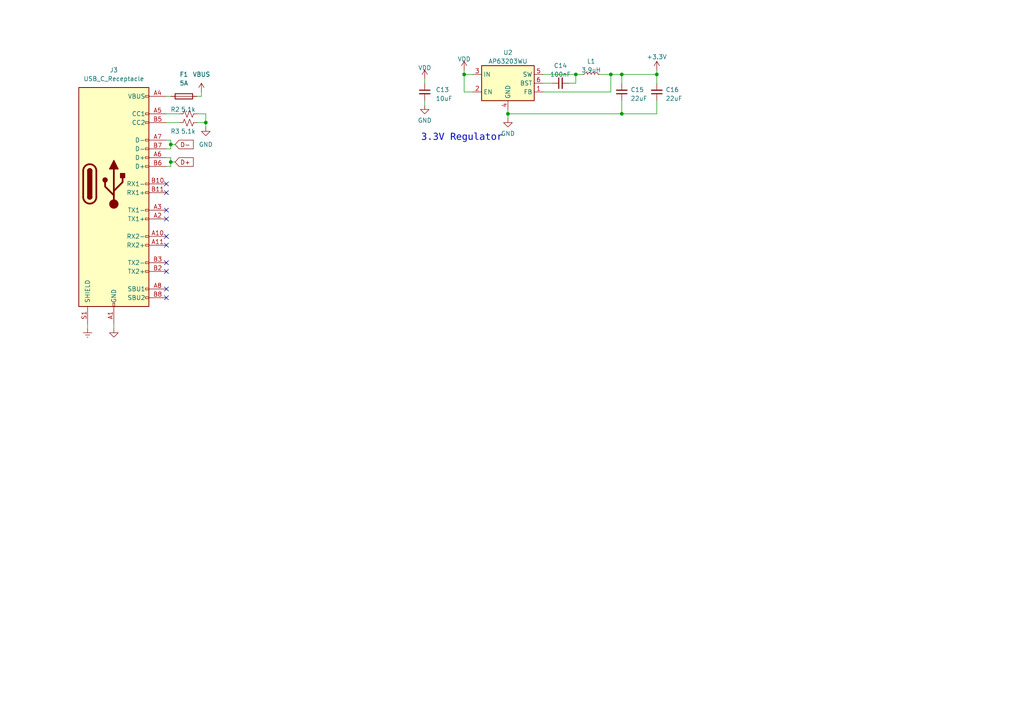
<source format=kicad_sch>
(kicad_sch (version 20230121) (generator eeschema)

  (uuid 3563bbf7-ace0-4275-b69e-419c73ee74dd)

  (paper "A4")

  (lib_symbols
    (symbol "Connector:USB_C_Receptacle" (pin_names (offset 1.016)) (in_bom yes) (on_board yes)
      (property "Reference" "J" (at -10.16 29.21 0)
        (effects (font (size 1.27 1.27)) (justify left))
      )
      (property "Value" "USB_C_Receptacle" (at 10.16 29.21 0)
        (effects (font (size 1.27 1.27)) (justify right))
      )
      (property "Footprint" "" (at 3.81 0 0)
        (effects (font (size 1.27 1.27)) hide)
      )
      (property "Datasheet" "https://www.usb.org/sites/default/files/documents/usb_type-c.zip" (at 3.81 0 0)
        (effects (font (size 1.27 1.27)) hide)
      )
      (property "ki_keywords" "usb universal serial bus type-C full-featured" (at 0 0 0)
        (effects (font (size 1.27 1.27)) hide)
      )
      (property "ki_description" "USB Full-Featured Type-C Receptacle connector" (at 0 0 0)
        (effects (font (size 1.27 1.27)) hide)
      )
      (property "ki_fp_filters" "USB*C*Receptacle*" (at 0 0 0)
        (effects (font (size 1.27 1.27)) hide)
      )
      (symbol "USB_C_Receptacle_0_0"
        (rectangle (start -0.254 -35.56) (end 0.254 -34.544)
          (stroke (width 0) (type default))
          (fill (type none))
        )
        (rectangle (start 10.16 -32.766) (end 9.144 -33.274)
          (stroke (width 0) (type default))
          (fill (type none))
        )
        (rectangle (start 10.16 -30.226) (end 9.144 -30.734)
          (stroke (width 0) (type default))
          (fill (type none))
        )
        (rectangle (start 10.16 -25.146) (end 9.144 -25.654)
          (stroke (width 0) (type default))
          (fill (type none))
        )
        (rectangle (start 10.16 -22.606) (end 9.144 -23.114)
          (stroke (width 0) (type default))
          (fill (type none))
        )
        (rectangle (start 10.16 -17.526) (end 9.144 -18.034)
          (stroke (width 0) (type default))
          (fill (type none))
        )
        (rectangle (start 10.16 -14.986) (end 9.144 -15.494)
          (stroke (width 0) (type default))
          (fill (type none))
        )
        (rectangle (start 10.16 -9.906) (end 9.144 -10.414)
          (stroke (width 0) (type default))
          (fill (type none))
        )
        (rectangle (start 10.16 -7.366) (end 9.144 -7.874)
          (stroke (width 0) (type default))
          (fill (type none))
        )
        (rectangle (start 10.16 -2.286) (end 9.144 -2.794)
          (stroke (width 0) (type default))
          (fill (type none))
        )
        (rectangle (start 10.16 0.254) (end 9.144 -0.254)
          (stroke (width 0) (type default))
          (fill (type none))
        )
        (rectangle (start 10.16 5.334) (end 9.144 4.826)
          (stroke (width 0) (type default))
          (fill (type none))
        )
        (rectangle (start 10.16 7.874) (end 9.144 7.366)
          (stroke (width 0) (type default))
          (fill (type none))
        )
        (rectangle (start 10.16 10.414) (end 9.144 9.906)
          (stroke (width 0) (type default))
          (fill (type none))
        )
        (rectangle (start 10.16 12.954) (end 9.144 12.446)
          (stroke (width 0) (type default))
          (fill (type none))
        )
        (rectangle (start 10.16 18.034) (end 9.144 17.526)
          (stroke (width 0) (type default))
          (fill (type none))
        )
        (rectangle (start 10.16 20.574) (end 9.144 20.066)
          (stroke (width 0) (type default))
          (fill (type none))
        )
        (rectangle (start 10.16 25.654) (end 9.144 25.146)
          (stroke (width 0) (type default))
          (fill (type none))
        )
      )
      (symbol "USB_C_Receptacle_0_1"
        (rectangle (start -10.16 27.94) (end 10.16 -35.56)
          (stroke (width 0.254) (type default))
          (fill (type background))
        )
        (arc (start -8.89 -3.81) (mid -6.985 -5.7067) (end -5.08 -3.81)
          (stroke (width 0.508) (type default))
          (fill (type none))
        )
        (arc (start -7.62 -3.81) (mid -6.985 -4.4423) (end -6.35 -3.81)
          (stroke (width 0.254) (type default))
          (fill (type none))
        )
        (arc (start -7.62 -3.81) (mid -6.985 -4.4423) (end -6.35 -3.81)
          (stroke (width 0.254) (type default))
          (fill (type outline))
        )
        (rectangle (start -7.62 -3.81) (end -6.35 3.81)
          (stroke (width 0.254) (type default))
          (fill (type outline))
        )
        (arc (start -6.35 3.81) (mid -6.985 4.4423) (end -7.62 3.81)
          (stroke (width 0.254) (type default))
          (fill (type none))
        )
        (arc (start -6.35 3.81) (mid -6.985 4.4423) (end -7.62 3.81)
          (stroke (width 0.254) (type default))
          (fill (type outline))
        )
        (arc (start -5.08 3.81) (mid -6.985 5.7067) (end -8.89 3.81)
          (stroke (width 0.508) (type default))
          (fill (type none))
        )
        (polyline
          (pts
            (xy -8.89 -3.81)
            (xy -8.89 3.81)
          )
          (stroke (width 0.508) (type default))
          (fill (type none))
        )
        (polyline
          (pts
            (xy -5.08 3.81)
            (xy -5.08 -3.81)
          )
          (stroke (width 0.508) (type default))
          (fill (type none))
        )
      )
      (symbol "USB_C_Receptacle_1_1"
        (circle (center -2.54 1.143) (radius 0.635)
          (stroke (width 0.254) (type default))
          (fill (type outline))
        )
        (circle (center 0 -5.842) (radius 1.27)
          (stroke (width 0) (type default))
          (fill (type outline))
        )
        (polyline
          (pts
            (xy 0 -5.842)
            (xy 0 4.318)
          )
          (stroke (width 0.508) (type default))
          (fill (type none))
        )
        (polyline
          (pts
            (xy 0 -3.302)
            (xy -2.54 -0.762)
            (xy -2.54 0.508)
          )
          (stroke (width 0.508) (type default))
          (fill (type none))
        )
        (polyline
          (pts
            (xy 0 -2.032)
            (xy 2.54 0.508)
            (xy 2.54 1.778)
          )
          (stroke (width 0.508) (type default))
          (fill (type none))
        )
        (polyline
          (pts
            (xy -1.27 4.318)
            (xy 0 6.858)
            (xy 1.27 4.318)
            (xy -1.27 4.318)
          )
          (stroke (width 0.254) (type default))
          (fill (type outline))
        )
        (rectangle (start 1.905 1.778) (end 3.175 3.048)
          (stroke (width 0.254) (type default))
          (fill (type outline))
        )
        (pin passive line (at 0 -40.64 90) (length 5.08)
          (name "GND" (effects (font (size 1.27 1.27))))
          (number "A1" (effects (font (size 1.27 1.27))))
        )
        (pin bidirectional line (at 15.24 -15.24 180) (length 5.08)
          (name "RX2-" (effects (font (size 1.27 1.27))))
          (number "A10" (effects (font (size 1.27 1.27))))
        )
        (pin bidirectional line (at 15.24 -17.78 180) (length 5.08)
          (name "RX2+" (effects (font (size 1.27 1.27))))
          (number "A11" (effects (font (size 1.27 1.27))))
        )
        (pin passive line (at 0 -40.64 90) (length 5.08) hide
          (name "GND" (effects (font (size 1.27 1.27))))
          (number "A12" (effects (font (size 1.27 1.27))))
        )
        (pin bidirectional line (at 15.24 -10.16 180) (length 5.08)
          (name "TX1+" (effects (font (size 1.27 1.27))))
          (number "A2" (effects (font (size 1.27 1.27))))
        )
        (pin bidirectional line (at 15.24 -7.62 180) (length 5.08)
          (name "TX1-" (effects (font (size 1.27 1.27))))
          (number "A3" (effects (font (size 1.27 1.27))))
        )
        (pin passive line (at 15.24 25.4 180) (length 5.08)
          (name "VBUS" (effects (font (size 1.27 1.27))))
          (number "A4" (effects (font (size 1.27 1.27))))
        )
        (pin bidirectional line (at 15.24 20.32 180) (length 5.08)
          (name "CC1" (effects (font (size 1.27 1.27))))
          (number "A5" (effects (font (size 1.27 1.27))))
        )
        (pin bidirectional line (at 15.24 7.62 180) (length 5.08)
          (name "D+" (effects (font (size 1.27 1.27))))
          (number "A6" (effects (font (size 1.27 1.27))))
        )
        (pin bidirectional line (at 15.24 12.7 180) (length 5.08)
          (name "D-" (effects (font (size 1.27 1.27))))
          (number "A7" (effects (font (size 1.27 1.27))))
        )
        (pin bidirectional line (at 15.24 -30.48 180) (length 5.08)
          (name "SBU1" (effects (font (size 1.27 1.27))))
          (number "A8" (effects (font (size 1.27 1.27))))
        )
        (pin passive line (at 15.24 25.4 180) (length 5.08) hide
          (name "VBUS" (effects (font (size 1.27 1.27))))
          (number "A9" (effects (font (size 1.27 1.27))))
        )
        (pin passive line (at 0 -40.64 90) (length 5.08) hide
          (name "GND" (effects (font (size 1.27 1.27))))
          (number "B1" (effects (font (size 1.27 1.27))))
        )
        (pin bidirectional line (at 15.24 0 180) (length 5.08)
          (name "RX1-" (effects (font (size 1.27 1.27))))
          (number "B10" (effects (font (size 1.27 1.27))))
        )
        (pin bidirectional line (at 15.24 -2.54 180) (length 5.08)
          (name "RX1+" (effects (font (size 1.27 1.27))))
          (number "B11" (effects (font (size 1.27 1.27))))
        )
        (pin passive line (at 0 -40.64 90) (length 5.08) hide
          (name "GND" (effects (font (size 1.27 1.27))))
          (number "B12" (effects (font (size 1.27 1.27))))
        )
        (pin bidirectional line (at 15.24 -25.4 180) (length 5.08)
          (name "TX2+" (effects (font (size 1.27 1.27))))
          (number "B2" (effects (font (size 1.27 1.27))))
        )
        (pin bidirectional line (at 15.24 -22.86 180) (length 5.08)
          (name "TX2-" (effects (font (size 1.27 1.27))))
          (number "B3" (effects (font (size 1.27 1.27))))
        )
        (pin passive line (at 15.24 25.4 180) (length 5.08) hide
          (name "VBUS" (effects (font (size 1.27 1.27))))
          (number "B4" (effects (font (size 1.27 1.27))))
        )
        (pin bidirectional line (at 15.24 17.78 180) (length 5.08)
          (name "CC2" (effects (font (size 1.27 1.27))))
          (number "B5" (effects (font (size 1.27 1.27))))
        )
        (pin bidirectional line (at 15.24 5.08 180) (length 5.08)
          (name "D+" (effects (font (size 1.27 1.27))))
          (number "B6" (effects (font (size 1.27 1.27))))
        )
        (pin bidirectional line (at 15.24 10.16 180) (length 5.08)
          (name "D-" (effects (font (size 1.27 1.27))))
          (number "B7" (effects (font (size 1.27 1.27))))
        )
        (pin bidirectional line (at 15.24 -33.02 180) (length 5.08)
          (name "SBU2" (effects (font (size 1.27 1.27))))
          (number "B8" (effects (font (size 1.27 1.27))))
        )
        (pin passive line (at 15.24 25.4 180) (length 5.08) hide
          (name "VBUS" (effects (font (size 1.27 1.27))))
          (number "B9" (effects (font (size 1.27 1.27))))
        )
        (pin passive line (at -7.62 -40.64 90) (length 5.08)
          (name "SHIELD" (effects (font (size 1.27 1.27))))
          (number "S1" (effects (font (size 1.27 1.27))))
        )
      )
    )
    (symbol "Device:C_Small" (pin_numbers hide) (pin_names (offset 0.254) hide) (in_bom yes) (on_board yes)
      (property "Reference" "C" (at 0.254 1.778 0)
        (effects (font (size 1.27 1.27)) (justify left))
      )
      (property "Value" "C_Small" (at 0.254 -2.032 0)
        (effects (font (size 1.27 1.27)) (justify left))
      )
      (property "Footprint" "" (at 0 0 0)
        (effects (font (size 1.27 1.27)) hide)
      )
      (property "Datasheet" "~" (at 0 0 0)
        (effects (font (size 1.27 1.27)) hide)
      )
      (property "ki_keywords" "capacitor cap" (at 0 0 0)
        (effects (font (size 1.27 1.27)) hide)
      )
      (property "ki_description" "Unpolarized capacitor, small symbol" (at 0 0 0)
        (effects (font (size 1.27 1.27)) hide)
      )
      (property "ki_fp_filters" "C_*" (at 0 0 0)
        (effects (font (size 1.27 1.27)) hide)
      )
      (symbol "C_Small_0_1"
        (polyline
          (pts
            (xy -1.524 -0.508)
            (xy 1.524 -0.508)
          )
          (stroke (width 0.3302) (type default))
          (fill (type none))
        )
        (polyline
          (pts
            (xy -1.524 0.508)
            (xy 1.524 0.508)
          )
          (stroke (width 0.3048) (type default))
          (fill (type none))
        )
      )
      (symbol "C_Small_1_1"
        (pin passive line (at 0 2.54 270) (length 2.032)
          (name "~" (effects (font (size 1.27 1.27))))
          (number "1" (effects (font (size 1.27 1.27))))
        )
        (pin passive line (at 0 -2.54 90) (length 2.032)
          (name "~" (effects (font (size 1.27 1.27))))
          (number "2" (effects (font (size 1.27 1.27))))
        )
      )
    )
    (symbol "Device:Fuse" (pin_numbers hide) (pin_names (offset 0)) (in_bom yes) (on_board yes)
      (property "Reference" "F" (at 2.032 0 90)
        (effects (font (size 1.27 1.27)))
      )
      (property "Value" "Fuse" (at -1.905 0 90)
        (effects (font (size 1.27 1.27)))
      )
      (property "Footprint" "" (at -1.778 0 90)
        (effects (font (size 1.27 1.27)) hide)
      )
      (property "Datasheet" "~" (at 0 0 0)
        (effects (font (size 1.27 1.27)) hide)
      )
      (property "ki_keywords" "fuse" (at 0 0 0)
        (effects (font (size 1.27 1.27)) hide)
      )
      (property "ki_description" "Fuse" (at 0 0 0)
        (effects (font (size 1.27 1.27)) hide)
      )
      (property "ki_fp_filters" "*Fuse*" (at 0 0 0)
        (effects (font (size 1.27 1.27)) hide)
      )
      (symbol "Fuse_0_1"
        (rectangle (start -0.762 -2.54) (end 0.762 2.54)
          (stroke (width 0.254) (type default))
          (fill (type none))
        )
        (polyline
          (pts
            (xy 0 2.54)
            (xy 0 -2.54)
          )
          (stroke (width 0) (type default))
          (fill (type none))
        )
      )
      (symbol "Fuse_1_1"
        (pin passive line (at 0 3.81 270) (length 1.27)
          (name "~" (effects (font (size 1.27 1.27))))
          (number "1" (effects (font (size 1.27 1.27))))
        )
        (pin passive line (at 0 -3.81 90) (length 1.27)
          (name "~" (effects (font (size 1.27 1.27))))
          (number "2" (effects (font (size 1.27 1.27))))
        )
      )
    )
    (symbol "Device:L_Small" (pin_numbers hide) (pin_names (offset 0.254) hide) (in_bom yes) (on_board yes)
      (property "Reference" "L" (at 0.762 1.016 0)
        (effects (font (size 1.27 1.27)) (justify left))
      )
      (property "Value" "L_Small" (at 0.762 -1.016 0)
        (effects (font (size 1.27 1.27)) (justify left))
      )
      (property "Footprint" "" (at 0 0 0)
        (effects (font (size 1.27 1.27)) hide)
      )
      (property "Datasheet" "~" (at 0 0 0)
        (effects (font (size 1.27 1.27)) hide)
      )
      (property "ki_keywords" "inductor choke coil reactor magnetic" (at 0 0 0)
        (effects (font (size 1.27 1.27)) hide)
      )
      (property "ki_description" "Inductor, small symbol" (at 0 0 0)
        (effects (font (size 1.27 1.27)) hide)
      )
      (property "ki_fp_filters" "Choke_* *Coil* Inductor_* L_*" (at 0 0 0)
        (effects (font (size 1.27 1.27)) hide)
      )
      (symbol "L_Small_0_1"
        (arc (start 0 -2.032) (mid 0.5058 -1.524) (end 0 -1.016)
          (stroke (width 0) (type default))
          (fill (type none))
        )
        (arc (start 0 -1.016) (mid 0.5058 -0.508) (end 0 0)
          (stroke (width 0) (type default))
          (fill (type none))
        )
        (arc (start 0 0) (mid 0.5058 0.508) (end 0 1.016)
          (stroke (width 0) (type default))
          (fill (type none))
        )
        (arc (start 0 1.016) (mid 0.5058 1.524) (end 0 2.032)
          (stroke (width 0) (type default))
          (fill (type none))
        )
      )
      (symbol "L_Small_1_1"
        (pin passive line (at 0 2.54 270) (length 0.508)
          (name "~" (effects (font (size 1.27 1.27))))
          (number "1" (effects (font (size 1.27 1.27))))
        )
        (pin passive line (at 0 -2.54 90) (length 0.508)
          (name "~" (effects (font (size 1.27 1.27))))
          (number "2" (effects (font (size 1.27 1.27))))
        )
      )
    )
    (symbol "Device:R_Small_US" (pin_numbers hide) (pin_names (offset 0.254) hide) (in_bom yes) (on_board yes)
      (property "Reference" "R" (at 0.762 0.508 0)
        (effects (font (size 1.27 1.27)) (justify left))
      )
      (property "Value" "R_Small_US" (at 0.762 -1.016 0)
        (effects (font (size 1.27 1.27)) (justify left))
      )
      (property "Footprint" "" (at 0 0 0)
        (effects (font (size 1.27 1.27)) hide)
      )
      (property "Datasheet" "~" (at 0 0 0)
        (effects (font (size 1.27 1.27)) hide)
      )
      (property "ki_keywords" "r resistor" (at 0 0 0)
        (effects (font (size 1.27 1.27)) hide)
      )
      (property "ki_description" "Resistor, small US symbol" (at 0 0 0)
        (effects (font (size 1.27 1.27)) hide)
      )
      (property "ki_fp_filters" "R_*" (at 0 0 0)
        (effects (font (size 1.27 1.27)) hide)
      )
      (symbol "R_Small_US_1_1"
        (polyline
          (pts
            (xy 0 0)
            (xy 1.016 -0.381)
            (xy 0 -0.762)
            (xy -1.016 -1.143)
            (xy 0 -1.524)
          )
          (stroke (width 0) (type default))
          (fill (type none))
        )
        (polyline
          (pts
            (xy 0 1.524)
            (xy 1.016 1.143)
            (xy 0 0.762)
            (xy -1.016 0.381)
            (xy 0 0)
          )
          (stroke (width 0) (type default))
          (fill (type none))
        )
        (pin passive line (at 0 2.54 270) (length 1.016)
          (name "~" (effects (font (size 1.27 1.27))))
          (number "1" (effects (font (size 1.27 1.27))))
        )
        (pin passive line (at 0 -2.54 90) (length 1.016)
          (name "~" (effects (font (size 1.27 1.27))))
          (number "2" (effects (font (size 1.27 1.27))))
        )
      )
    )
    (symbol "Regulator_Switching:AP63203WU" (in_bom yes) (on_board yes)
      (property "Reference" "U" (at -7.62 6.35 0)
        (effects (font (size 1.27 1.27)))
      )
      (property "Value" "AP63203WU" (at 2.54 6.35 0)
        (effects (font (size 1.27 1.27)))
      )
      (property "Footprint" "Package_TO_SOT_SMD:TSOT-23-6" (at 0 -22.86 0)
        (effects (font (size 1.27 1.27)) hide)
      )
      (property "Datasheet" "https://www.diodes.com/assets/Datasheets/AP63200-AP63201-AP63203-AP63205.pdf" (at 0 0 0)
        (effects (font (size 1.27 1.27)) hide)
      )
      (property "ki_keywords" "2A Buck DC/DC" (at 0 0 0)
        (effects (font (size 1.27 1.27)) hide)
      )
      (property "ki_description" "2A, 1.1MHz Buck DC/DC Converter, fixed 3.3V output voltage, TSOT-23-6" (at 0 0 0)
        (effects (font (size 1.27 1.27)) hide)
      )
      (property "ki_fp_filters" "TSOT?23*" (at 0 0 0)
        (effects (font (size 1.27 1.27)) hide)
      )
      (symbol "AP63203WU_0_1"
        (rectangle (start -7.62 5.08) (end 7.62 -5.08)
          (stroke (width 0.254) (type default))
          (fill (type background))
        )
      )
      (symbol "AP63203WU_1_1"
        (pin input line (at 10.16 -2.54 180) (length 2.54)
          (name "FB" (effects (font (size 1.27 1.27))))
          (number "1" (effects (font (size 1.27 1.27))))
        )
        (pin input line (at -10.16 -2.54 0) (length 2.54)
          (name "EN" (effects (font (size 1.27 1.27))))
          (number "2" (effects (font (size 1.27 1.27))))
        )
        (pin power_in line (at -10.16 2.54 0) (length 2.54)
          (name "IN" (effects (font (size 1.27 1.27))))
          (number "3" (effects (font (size 1.27 1.27))))
        )
        (pin power_in line (at 0 -7.62 90) (length 2.54)
          (name "GND" (effects (font (size 1.27 1.27))))
          (number "4" (effects (font (size 1.27 1.27))))
        )
        (pin output line (at 10.16 2.54 180) (length 2.54)
          (name "SW" (effects (font (size 1.27 1.27))))
          (number "5" (effects (font (size 1.27 1.27))))
        )
        (pin passive line (at 10.16 0 180) (length 2.54)
          (name "BST" (effects (font (size 1.27 1.27))))
          (number "6" (effects (font (size 1.27 1.27))))
        )
      )
    )
    (symbol "power:+3.3V" (power) (pin_names (offset 0)) (in_bom yes) (on_board yes)
      (property "Reference" "#PWR" (at 0 -3.81 0)
        (effects (font (size 1.27 1.27)) hide)
      )
      (property "Value" "+3.3V" (at 0 3.556 0)
        (effects (font (size 1.27 1.27)))
      )
      (property "Footprint" "" (at 0 0 0)
        (effects (font (size 1.27 1.27)) hide)
      )
      (property "Datasheet" "" (at 0 0 0)
        (effects (font (size 1.27 1.27)) hide)
      )
      (property "ki_keywords" "global power" (at 0 0 0)
        (effects (font (size 1.27 1.27)) hide)
      )
      (property "ki_description" "Power symbol creates a global label with name \"+3.3V\"" (at 0 0 0)
        (effects (font (size 1.27 1.27)) hide)
      )
      (symbol "+3.3V_0_1"
        (polyline
          (pts
            (xy -0.762 1.27)
            (xy 0 2.54)
          )
          (stroke (width 0) (type default))
          (fill (type none))
        )
        (polyline
          (pts
            (xy 0 0)
            (xy 0 2.54)
          )
          (stroke (width 0) (type default))
          (fill (type none))
        )
        (polyline
          (pts
            (xy 0 2.54)
            (xy 0.762 1.27)
          )
          (stroke (width 0) (type default))
          (fill (type none))
        )
      )
      (symbol "+3.3V_1_1"
        (pin power_in line (at 0 0 90) (length 0) hide
          (name "+3.3V" (effects (font (size 1.27 1.27))))
          (number "1" (effects (font (size 1.27 1.27))))
        )
      )
    )
    (symbol "power:Earth" (power) (pin_names (offset 0)) (in_bom yes) (on_board yes)
      (property "Reference" "#PWR" (at 0 -6.35 0)
        (effects (font (size 1.27 1.27)) hide)
      )
      (property "Value" "Earth" (at 0 -3.81 0)
        (effects (font (size 1.27 1.27)) hide)
      )
      (property "Footprint" "" (at 0 0 0)
        (effects (font (size 1.27 1.27)) hide)
      )
      (property "Datasheet" "~" (at 0 0 0)
        (effects (font (size 1.27 1.27)) hide)
      )
      (property "ki_keywords" "global ground gnd" (at 0 0 0)
        (effects (font (size 1.27 1.27)) hide)
      )
      (property "ki_description" "Power symbol creates a global label with name \"Earth\"" (at 0 0 0)
        (effects (font (size 1.27 1.27)) hide)
      )
      (symbol "Earth_0_1"
        (polyline
          (pts
            (xy -0.635 -1.905)
            (xy 0.635 -1.905)
          )
          (stroke (width 0) (type default))
          (fill (type none))
        )
        (polyline
          (pts
            (xy -0.127 -2.54)
            (xy 0.127 -2.54)
          )
          (stroke (width 0) (type default))
          (fill (type none))
        )
        (polyline
          (pts
            (xy 0 -1.27)
            (xy 0 0)
          )
          (stroke (width 0) (type default))
          (fill (type none))
        )
        (polyline
          (pts
            (xy 1.27 -1.27)
            (xy -1.27 -1.27)
          )
          (stroke (width 0) (type default))
          (fill (type none))
        )
      )
      (symbol "Earth_1_1"
        (pin power_in line (at 0 0 270) (length 0) hide
          (name "Earth" (effects (font (size 1.27 1.27))))
          (number "1" (effects (font (size 1.27 1.27))))
        )
      )
    )
    (symbol "power:GND" (power) (pin_names (offset 0)) (in_bom yes) (on_board yes)
      (property "Reference" "#PWR" (at 0 -6.35 0)
        (effects (font (size 1.27 1.27)) hide)
      )
      (property "Value" "GND" (at 0 -3.81 0)
        (effects (font (size 1.27 1.27)))
      )
      (property "Footprint" "" (at 0 0 0)
        (effects (font (size 1.27 1.27)) hide)
      )
      (property "Datasheet" "" (at 0 0 0)
        (effects (font (size 1.27 1.27)) hide)
      )
      (property "ki_keywords" "global power" (at 0 0 0)
        (effects (font (size 1.27 1.27)) hide)
      )
      (property "ki_description" "Power symbol creates a global label with name \"GND\" , ground" (at 0 0 0)
        (effects (font (size 1.27 1.27)) hide)
      )
      (symbol "GND_0_1"
        (polyline
          (pts
            (xy 0 0)
            (xy 0 -1.27)
            (xy 1.27 -1.27)
            (xy 0 -2.54)
            (xy -1.27 -1.27)
            (xy 0 -1.27)
          )
          (stroke (width 0) (type default))
          (fill (type none))
        )
      )
      (symbol "GND_1_1"
        (pin power_in line (at 0 0 270) (length 0) hide
          (name "GND" (effects (font (size 1.27 1.27))))
          (number "1" (effects (font (size 1.27 1.27))))
        )
      )
    )
    (symbol "power:VBUS" (power) (pin_names (offset 0)) (in_bom yes) (on_board yes)
      (property "Reference" "#PWR" (at 0 -3.81 0)
        (effects (font (size 1.27 1.27)) hide)
      )
      (property "Value" "VBUS" (at 0 3.81 0)
        (effects (font (size 1.27 1.27)))
      )
      (property "Footprint" "" (at 0 0 0)
        (effects (font (size 1.27 1.27)) hide)
      )
      (property "Datasheet" "" (at 0 0 0)
        (effects (font (size 1.27 1.27)) hide)
      )
      (property "ki_keywords" "global power" (at 0 0 0)
        (effects (font (size 1.27 1.27)) hide)
      )
      (property "ki_description" "Power symbol creates a global label with name \"VBUS\"" (at 0 0 0)
        (effects (font (size 1.27 1.27)) hide)
      )
      (symbol "VBUS_0_1"
        (polyline
          (pts
            (xy -0.762 1.27)
            (xy 0 2.54)
          )
          (stroke (width 0) (type default))
          (fill (type none))
        )
        (polyline
          (pts
            (xy 0 0)
            (xy 0 2.54)
          )
          (stroke (width 0) (type default))
          (fill (type none))
        )
        (polyline
          (pts
            (xy 0 2.54)
            (xy 0.762 1.27)
          )
          (stroke (width 0) (type default))
          (fill (type none))
        )
      )
      (symbol "VBUS_1_1"
        (pin power_in line (at 0 0 90) (length 0) hide
          (name "VBUS" (effects (font (size 1.27 1.27))))
          (number "1" (effects (font (size 1.27 1.27))))
        )
      )
    )
    (symbol "power:VDD" (power) (pin_names (offset 0)) (in_bom yes) (on_board yes)
      (property "Reference" "#PWR" (at 0 -3.81 0)
        (effects (font (size 1.27 1.27)) hide)
      )
      (property "Value" "VDD" (at 0 3.81 0)
        (effects (font (size 1.27 1.27)))
      )
      (property "Footprint" "" (at 0 0 0)
        (effects (font (size 1.27 1.27)) hide)
      )
      (property "Datasheet" "" (at 0 0 0)
        (effects (font (size 1.27 1.27)) hide)
      )
      (property "ki_keywords" "global power" (at 0 0 0)
        (effects (font (size 1.27 1.27)) hide)
      )
      (property "ki_description" "Power symbol creates a global label with name \"VDD\"" (at 0 0 0)
        (effects (font (size 1.27 1.27)) hide)
      )
      (symbol "VDD_0_1"
        (polyline
          (pts
            (xy -0.762 1.27)
            (xy 0 2.54)
          )
          (stroke (width 0) (type default))
          (fill (type none))
        )
        (polyline
          (pts
            (xy 0 0)
            (xy 0 2.54)
          )
          (stroke (width 0) (type default))
          (fill (type none))
        )
        (polyline
          (pts
            (xy 0 2.54)
            (xy 0.762 1.27)
          )
          (stroke (width 0) (type default))
          (fill (type none))
        )
      )
      (symbol "VDD_1_1"
        (pin power_in line (at 0 0 90) (length 0) hide
          (name "VDD" (effects (font (size 1.27 1.27))))
          (number "1" (effects (font (size 1.27 1.27))))
        )
      )
    )
  )

  (junction (at 167.005 21.59) (diameter 0) (color 0 0 0 0)
    (uuid 03091ed3-47c8-4803-9839-45662a448fb6)
  )
  (junction (at 147.32 33.02) (diameter 0) (color 0 0 0 0)
    (uuid 059fc957-2617-4293-aa45-8233a8f4259e)
  )
  (junction (at 49.53 46.99) (diameter 0) (color 0 0 0 0)
    (uuid 5bdca1f7-b261-4767-924a-21a3264eef7b)
  )
  (junction (at 177.165 21.59) (diameter 0) (color 0 0 0 0)
    (uuid 63c3a99d-06ef-4def-82cf-73eb909c1e33)
  )
  (junction (at 49.53 41.91) (diameter 0) (color 0 0 0 0)
    (uuid 94a8ed74-860a-40e6-96f3-f958996690ee)
  )
  (junction (at 190.5 21.59) (diameter 0) (color 0 0 0 0)
    (uuid 9bdc3155-4112-4f7d-9c8c-b68ed47814f8)
  )
  (junction (at 134.62 21.59) (diameter 0) (color 0 0 0 0)
    (uuid a8eab7df-6bd2-4433-9fe1-733422bb46bb)
  )
  (junction (at 180.34 33.02) (diameter 0) (color 0 0 0 0)
    (uuid bbdb0019-a9e3-43ae-9edf-2de436315e14)
  )
  (junction (at 180.34 21.59) (diameter 0) (color 0 0 0 0)
    (uuid e2de0cdd-2006-4a4a-b9c4-a95902ad8da8)
  )
  (junction (at 59.69 35.56) (diameter 0) (color 0 0 0 0)
    (uuid f176c443-8e1c-4010-87ff-2c23838d56ce)
  )

  (no_connect (at 48.26 53.34) (uuid 04e33d20-ac9b-49b4-8067-9633aad4a2e7))
  (no_connect (at 48.26 71.12) (uuid 20791b04-2f06-438c-94b9-ecbbe5d85b66))
  (no_connect (at 48.26 86.36) (uuid 2f7c37ba-d64f-4739-b57d-50c8cdd1fdee))
  (no_connect (at 48.26 55.88) (uuid 8aedd4e8-17b1-428c-9b10-ea664671ecc9))
  (no_connect (at 48.26 76.2) (uuid ae8b3b21-8b05-41cc-9766-8d6620afffd6))
  (no_connect (at 48.26 83.82) (uuid d8b1e95c-5638-452b-8b3f-f65bd9385281))
  (no_connect (at 48.26 63.5) (uuid e35ae0a8-462f-4ac9-abc4-942013b004b3))
  (no_connect (at 48.26 60.96) (uuid e438f89c-c9f0-414f-9a1b-68984efdd29a))
  (no_connect (at 48.26 78.74) (uuid e52646e3-a7a5-49ce-8638-ddf0863790b9))
  (no_connect (at 48.26 68.58) (uuid eda7c630-ad0f-4b39-ab9e-fae664a9636d))

  (wire (pts (xy 57.15 35.56) (xy 59.69 35.56))
    (stroke (width 0) (type default))
    (uuid 0a950fbf-d634-4fdf-a428-cf3eeef5db64)
  )
  (wire (pts (xy 49.53 43.18) (xy 49.53 41.91))
    (stroke (width 0) (type default))
    (uuid 0b9681f4-501a-47c6-9c51-844fccbb46f5)
  )
  (wire (pts (xy 49.53 48.26) (xy 49.53 46.99))
    (stroke (width 0) (type default))
    (uuid 20fcb9d5-ad60-4227-a4c9-6fbc03842a82)
  )
  (wire (pts (xy 48.26 35.56) (xy 52.07 35.56))
    (stroke (width 0) (type default))
    (uuid 220cf2d0-2c96-46d7-b603-8e5db266751a)
  )
  (wire (pts (xy 190.5 20.32) (xy 190.5 21.59))
    (stroke (width 0) (type default))
    (uuid 236ce9b8-1efe-4b76-9175-8e9afbb43a77)
  )
  (wire (pts (xy 147.32 31.75) (xy 147.32 33.02))
    (stroke (width 0) (type default))
    (uuid 25cc13bf-73ed-4655-a941-fb851924855e)
  )
  (wire (pts (xy 50.8 41.91) (xy 49.53 41.91))
    (stroke (width 0) (type default))
    (uuid 28a384f2-3a6c-4e34-af19-f94629e5996b)
  )
  (wire (pts (xy 49.53 46.99) (xy 49.53 45.72))
    (stroke (width 0) (type default))
    (uuid 306b4f09-bb7c-450f-8460-5070dc76a461)
  )
  (wire (pts (xy 59.69 36.83) (xy 59.69 35.56))
    (stroke (width 0) (type default))
    (uuid 35104887-9c09-4528-a95a-976f3a23d58a)
  )
  (wire (pts (xy 180.34 21.59) (xy 180.34 24.13))
    (stroke (width 0) (type default))
    (uuid 36904005-cfbd-4046-826a-aaf3bc8ba681)
  )
  (wire (pts (xy 177.165 26.67) (xy 177.165 21.59))
    (stroke (width 0) (type default))
    (uuid 36c28a5d-331d-46cb-8ccc-2ca6f0debce4)
  )
  (wire (pts (xy 165.1 24.13) (xy 167.005 24.13))
    (stroke (width 0) (type default))
    (uuid 3bb11089-a9c8-4065-96d2-0bfc08449b57)
  )
  (wire (pts (xy 49.53 40.64) (xy 48.26 40.64))
    (stroke (width 0) (type default))
    (uuid 452ef158-1711-48f1-907d-d277c2966d0e)
  )
  (wire (pts (xy 180.34 21.59) (xy 190.5 21.59))
    (stroke (width 0) (type default))
    (uuid 4537cae2-b3fb-412f-9c17-ab44376124f9)
  )
  (wire (pts (xy 59.69 33.02) (xy 57.15 33.02))
    (stroke (width 0) (type default))
    (uuid 47211c7d-2e21-43be-b1d0-79d874da7348)
  )
  (wire (pts (xy 49.53 45.72) (xy 48.26 45.72))
    (stroke (width 0) (type default))
    (uuid 4d4ef02c-a24a-418c-ba77-bf4b9862a66c)
  )
  (wire (pts (xy 157.48 24.13) (xy 160.02 24.13))
    (stroke (width 0) (type default))
    (uuid 5134a13c-beea-49b1-a367-b95709be8246)
  )
  (wire (pts (xy 167.005 24.13) (xy 167.005 21.59))
    (stroke (width 0) (type default))
    (uuid 536498a4-4bf9-4316-ac5b-e5992d038b89)
  )
  (wire (pts (xy 123.19 22.86) (xy 123.19 24.13))
    (stroke (width 0) (type default))
    (uuid 540c595d-cc74-4928-8bfd-c0d12d0a9c41)
  )
  (wire (pts (xy 167.005 21.59) (xy 168.91 21.59))
    (stroke (width 0) (type default))
    (uuid 5eabf081-e283-4d52-aff7-c9c72b139f17)
  )
  (wire (pts (xy 58.42 27.94) (xy 57.15 27.94))
    (stroke (width 0) (type default))
    (uuid 61a8a218-f0e4-4bd5-9549-6722cb112bac)
  )
  (wire (pts (xy 49.53 41.91) (xy 49.53 40.64))
    (stroke (width 0) (type default))
    (uuid 659b2ae5-0acb-42a0-bf6c-cc64d78624f2)
  )
  (wire (pts (xy 134.62 21.59) (xy 137.16 21.59))
    (stroke (width 0) (type default))
    (uuid 68c393b8-fcea-4c64-8807-ff66ca4fc353)
  )
  (wire (pts (xy 25.4 93.98) (xy 25.4 95.25))
    (stroke (width 0) (type default))
    (uuid 73b847d3-6fc5-42c4-9b20-72e7586da5cc)
  )
  (wire (pts (xy 134.62 20.32) (xy 134.62 21.59))
    (stroke (width 0) (type default))
    (uuid 75b70cd2-defc-4f60-ad72-ae7c70e01e2d)
  )
  (wire (pts (xy 48.26 48.26) (xy 49.53 48.26))
    (stroke (width 0) (type default))
    (uuid 76a63553-8e3b-46da-bcf9-425eec68f30c)
  )
  (wire (pts (xy 50.8 46.99) (xy 49.53 46.99))
    (stroke (width 0) (type default))
    (uuid 7f914db9-b4b7-4af6-9bb4-c217d75f5675)
  )
  (wire (pts (xy 177.165 21.59) (xy 173.99 21.59))
    (stroke (width 0) (type default))
    (uuid 8503359e-3a25-4999-9d14-b60f9b4a0635)
  )
  (wire (pts (xy 190.5 29.21) (xy 190.5 33.02))
    (stroke (width 0) (type default))
    (uuid a853cc7e-662b-4cc9-91a2-b1422a725d97)
  )
  (wire (pts (xy 167.005 21.59) (xy 157.48 21.59))
    (stroke (width 0) (type default))
    (uuid bb4ab749-379d-4a64-85cf-85218bd884b0)
  )
  (wire (pts (xy 59.69 35.56) (xy 59.69 33.02))
    (stroke (width 0) (type default))
    (uuid bb8b3a1d-0036-4759-9640-b9e893c5b8ad)
  )
  (wire (pts (xy 190.5 21.59) (xy 190.5 24.13))
    (stroke (width 0) (type default))
    (uuid bfabca87-aeaa-41e5-81f2-d84ccd5f5d00)
  )
  (wire (pts (xy 48.26 33.02) (xy 52.07 33.02))
    (stroke (width 0) (type default))
    (uuid c56a4f8a-4adc-4407-b847-deff7c28e784)
  )
  (wire (pts (xy 157.48 26.67) (xy 177.165 26.67))
    (stroke (width 0) (type default))
    (uuid c59392cd-7942-41ee-8ee5-5ed8d68edb6e)
  )
  (wire (pts (xy 48.26 43.18) (xy 49.53 43.18))
    (stroke (width 0) (type default))
    (uuid c7dfacbc-f543-4ac3-adbd-aaae0bd778dc)
  )
  (wire (pts (xy 177.165 21.59) (xy 180.34 21.59))
    (stroke (width 0) (type default))
    (uuid c810b8a0-fae8-461d-99c1-d0decc877dee)
  )
  (wire (pts (xy 48.26 27.94) (xy 49.53 27.94))
    (stroke (width 0) (type default))
    (uuid d7472686-80ab-46ae-95c7-750a0c74e46a)
  )
  (wire (pts (xy 58.42 26.67) (xy 58.42 27.94))
    (stroke (width 0) (type default))
    (uuid dc752360-2c65-4bb4-9527-b5ebbc306ef7)
  )
  (wire (pts (xy 180.34 29.21) (xy 180.34 33.02))
    (stroke (width 0) (type default))
    (uuid de6d45fe-d40b-4265-8b7e-a712cd21491c)
  )
  (wire (pts (xy 134.62 21.59) (xy 134.62 26.67))
    (stroke (width 0) (type default))
    (uuid e15b34a3-fcb8-4704-9023-fd94d97a96ab)
  )
  (wire (pts (xy 190.5 33.02) (xy 180.34 33.02))
    (stroke (width 0) (type default))
    (uuid e6f6b0ce-9bb1-4f51-bc96-9eb77be9044b)
  )
  (wire (pts (xy 123.19 29.21) (xy 123.19 30.48))
    (stroke (width 0) (type default))
    (uuid ef84f9a1-024b-4253-a89b-4bff041ddf57)
  )
  (wire (pts (xy 134.62 26.67) (xy 137.16 26.67))
    (stroke (width 0) (type default))
    (uuid f5ab7756-32a7-446c-89bc-762d6c7e4b8b)
  )
  (wire (pts (xy 147.32 34.29) (xy 147.32 33.02))
    (stroke (width 0) (type default))
    (uuid f863ee83-de61-4c5c-8efc-4f74b31d550e)
  )
  (wire (pts (xy 33.02 93.98) (xy 33.02 95.25))
    (stroke (width 0) (type default))
    (uuid f8bec9b3-5130-4c87-9782-81ee8a981748)
  )
  (wire (pts (xy 180.34 33.02) (xy 147.32 33.02))
    (stroke (width 0) (type default))
    (uuid fec73cbc-64c5-4b15-b4d0-ab93cf88bdc5)
  )

  (text "3.3V Regulator" (at 122.174 41.656 0)
    (effects (font (face "Consolas") (size 2 2)) (justify left bottom))
    (uuid 8e39b22f-3e15-4187-9cce-88922482d199)
  )

  (global_label "D+" (shape input) (at 50.8 46.99 0) (fields_autoplaced)
    (effects (font (size 1.27 1.27)) (justify left))
    (uuid 8693df7b-4a55-4986-86ee-acee8a499712)
    (property "Intersheetrefs" "${INTERSHEET_REFS}" (at 56.0555 46.9106 0)
      (effects (font (size 1.27 1.27)) (justify left) hide)
    )
  )
  (global_label "D-" (shape input) (at 50.8 41.91 0) (fields_autoplaced)
    (effects (font (size 1.27 1.27)) (justify left))
    (uuid ab9d8708-568e-4803-be1b-63e111a5664a)
    (property "Intersheetrefs" "${INTERSHEET_REFS}" (at 56.0555 41.8306 0)
      (effects (font (size 1.27 1.27)) (justify left) hide)
    )
  )

  (symbol (lib_id "power:VBUS") (at 58.42 26.67 0) (unit 1)
    (in_bom yes) (on_board yes) (dnp no) (fields_autoplaced)
    (uuid 0345cc97-739d-4210-8fb1-26ce91dcdb50)
    (property "Reference" "#PWR0107" (at 58.42 30.48 0)
      (effects (font (size 1.27 1.27)) hide)
    )
    (property "Value" "VBUS" (at 58.42 21.59 0)
      (effects (font (size 1.27 1.27)))
    )
    (property "Footprint" "" (at 58.42 26.67 0)
      (effects (font (size 1.27 1.27)) hide)
    )
    (property "Datasheet" "" (at 58.42 26.67 0)
      (effects (font (size 1.27 1.27)) hide)
    )
    (pin "1" (uuid 303cd950-3e50-423b-bc27-3c95fa57c273))
    (instances
      (project "led-controller"
        (path "/27f85017-c7ea-40cb-a296-067f43c95403"
          (reference "#PWR0107") (unit 1)
        )
      )
      (project "purify_io"
        (path "/6d75b15b-3f94-441d-8633-e669895d332e"
          (reference "#PWR014") (unit 1)
        )
        (path "/6d75b15b-3f94-441d-8633-e669895d332e/9a2b9a64-9272-4248-ae5b-8c6a1a56e6b5"
          (reference "#PWR014") (unit 1)
        )
      )
    )
  )

  (symbol (lib_id "Device:R_Small_US") (at 54.61 35.56 90) (unit 1)
    (in_bom yes) (on_board yes) (dnp no)
    (uuid 14f64721-f599-413b-982e-e3b6710667ac)
    (property "Reference" "R3" (at 50.8 38.1 90)
      (effects (font (size 1.27 1.27)))
    )
    (property "Value" "5.1k" (at 54.61 38.1 90)
      (effects (font (size 1.27 1.27)))
    )
    (property "Footprint" "Resistor_SMD:R_0603_1608Metric" (at 54.61 35.56 0)
      (effects (font (size 1.27 1.27)) hide)
    )
    (property "Datasheet" "~" (at 54.61 35.56 0)
      (effects (font (size 1.27 1.27)) hide)
    )
    (pin "1" (uuid b14993d3-4fe8-407e-ba02-58d1e49802ee))
    (pin "2" (uuid 0d35e137-e55f-481a-8d4b-ac0511fa3440))
    (instances
      (project "purify_io"
        (path "/6d75b15b-3f94-441d-8633-e669895d332e/9a2b9a64-9272-4248-ae5b-8c6a1a56e6b5"
          (reference "R3") (unit 1)
        )
      )
    )
  )

  (symbol (lib_id "Device:C_Small") (at 180.34 26.67 180) (unit 1)
    (in_bom yes) (on_board yes) (dnp no)
    (uuid 35c7393e-73ed-4d19-b37d-3c1b94db6f48)
    (property "Reference" "C15" (at 182.88 26.035 0)
      (effects (font (size 1.27 1.27)) (justify right))
    )
    (property "Value" "22uF" (at 182.88 28.575 0)
      (effects (font (size 1.27 1.27)) (justify right))
    )
    (property "Footprint" "Capacitor_SMD:C_0603_1608Metric" (at 180.34 26.67 0)
      (effects (font (size 1.27 1.27)) hide)
    )
    (property "Datasheet" "~" (at 180.34 26.67 0)
      (effects (font (size 1.27 1.27)) hide)
    )
    (pin "1" (uuid 85f8306f-1294-47f8-bb04-8740fa776b46))
    (pin "2" (uuid fff38afe-515d-4097-9fe2-13f94b88e0af))
    (instances
      (project "purify_io"
        (path "/6d75b15b-3f94-441d-8633-e669895d332e/9a2b9a64-9272-4248-ae5b-8c6a1a56e6b5"
          (reference "C15") (unit 1)
        )
      )
    )
  )

  (symbol (lib_id "Device:Fuse") (at 53.34 27.94 90) (unit 1)
    (in_bom yes) (on_board yes) (dnp no) (fields_autoplaced)
    (uuid 396fb81f-db4a-42fa-a51c-4ebf4669b2bf)
    (property "Reference" "F1" (at 53.34 21.59 90)
      (effects (font (size 1.27 1.27)))
    )
    (property "Value" "5A" (at 53.34 24.13 90)
      (effects (font (size 1.27 1.27)))
    )
    (property "Footprint" "ATL:Littlefuse-154" (at 53.34 29.718 90)
      (effects (font (size 1.27 1.27)) hide)
    )
    (property "Datasheet" "~" (at 53.34 27.94 0)
      (effects (font (size 1.27 1.27)) hide)
    )
    (pin "1" (uuid bb51b5dc-40a2-4016-90d4-f6b313e9b92b))
    (pin "2" (uuid 08e74ec7-7025-476c-87af-cdee26692d47))
    (instances
      (project "led-controller"
        (path "/27f85017-c7ea-40cb-a296-067f43c95403"
          (reference "F1") (unit 1)
        )
      )
      (project "purify_io"
        (path "/6d75b15b-3f94-441d-8633-e669895d332e"
          (reference "F1") (unit 1)
        )
        (path "/6d75b15b-3f94-441d-8633-e669895d332e/9a2b9a64-9272-4248-ae5b-8c6a1a56e6b5"
          (reference "F1") (unit 1)
        )
      )
    )
  )

  (symbol (lib_id "power:GND") (at 33.02 95.25 0) (unit 1)
    (in_bom yes) (on_board yes) (dnp no) (fields_autoplaced)
    (uuid 3c632522-da33-457d-a2ef-61c4d7d65351)
    (property "Reference" "#PWR0109" (at 33.02 101.6 0)
      (effects (font (size 1.27 1.27)) hide)
    )
    (property "Value" "GND" (at 33.02 100.33 0)
      (effects (font (size 1.27 1.27)) hide)
    )
    (property "Footprint" "" (at 33.02 95.25 0)
      (effects (font (size 1.27 1.27)) hide)
    )
    (property "Datasheet" "" (at 33.02 95.25 0)
      (effects (font (size 1.27 1.27)) hide)
    )
    (pin "1" (uuid 3d0cc832-7907-44a3-a8b8-e83c8447d896))
    (instances
      (project "led-controller"
        (path "/27f85017-c7ea-40cb-a296-067f43c95403"
          (reference "#PWR0109") (unit 1)
        )
      )
      (project "purify_io"
        (path "/6d75b15b-3f94-441d-8633-e669895d332e"
          (reference "#PWR013") (unit 1)
        )
        (path "/6d75b15b-3f94-441d-8633-e669895d332e/9a2b9a64-9272-4248-ae5b-8c6a1a56e6b5"
          (reference "#PWR013") (unit 1)
        )
      )
    )
  )

  (symbol (lib_id "Regulator_Switching:AP63203WU") (at 147.32 24.13 0) (unit 1)
    (in_bom yes) (on_board yes) (dnp no) (fields_autoplaced)
    (uuid 51ecfae6-7baa-458d-9bff-dcd0d2ac4f2d)
    (property "Reference" "U2" (at 147.32 15.24 0)
      (effects (font (size 1.27 1.27)))
    )
    (property "Value" "AP63203WU" (at 147.32 17.78 0)
      (effects (font (size 1.27 1.27)))
    )
    (property "Footprint" "Package_TO_SOT_SMD:TSOT-23-6" (at 147.32 46.99 0)
      (effects (font (size 1.27 1.27)) hide)
    )
    (property "Datasheet" "https://www.diodes.com/assets/Datasheets/AP63200-AP63201-AP63203-AP63205.pdf" (at 147.32 24.13 0)
      (effects (font (size 1.27 1.27)) hide)
    )
    (pin "1" (uuid e082f64b-82a3-4e5a-8594-e06a487c8dcb))
    (pin "2" (uuid 03adf56b-7a93-439b-bb40-663d352c25f0))
    (pin "3" (uuid aff110b0-6773-4819-b17a-7e267771df7a))
    (pin "4" (uuid d1156e3e-db33-417e-936c-39b19694612b))
    (pin "5" (uuid 642f25c7-a8fe-4edf-9693-cda4754f96cf))
    (pin "6" (uuid 7fbb7445-d811-4306-a03a-50c1e10fa758))
    (instances
      (project "purify_io"
        (path "/6d75b15b-3f94-441d-8633-e669895d332e/9a2b9a64-9272-4248-ae5b-8c6a1a56e6b5"
          (reference "U2") (unit 1)
        )
      )
    )
  )

  (symbol (lib_id "Device:C_Small") (at 190.5 26.67 180) (unit 1)
    (in_bom yes) (on_board yes) (dnp no)
    (uuid 6987ed63-6ab6-4a19-b2c3-8d6e5e28a785)
    (property "Reference" "C16" (at 193.04 26.035 0)
      (effects (font (size 1.27 1.27)) (justify right))
    )
    (property "Value" "22uF" (at 193.04 28.575 0)
      (effects (font (size 1.27 1.27)) (justify right))
    )
    (property "Footprint" "Capacitor_SMD:C_0603_1608Metric" (at 190.5 26.67 0)
      (effects (font (size 1.27 1.27)) hide)
    )
    (property "Datasheet" "~" (at 190.5 26.67 0)
      (effects (font (size 1.27 1.27)) hide)
    )
    (pin "1" (uuid 5aa43429-5643-468b-a333-4a398efba234))
    (pin "2" (uuid 71996eed-a51b-43d6-90de-18e4aa64468a))
    (instances
      (project "purify_io"
        (path "/6d75b15b-3f94-441d-8633-e669895d332e/9a2b9a64-9272-4248-ae5b-8c6a1a56e6b5"
          (reference "C16") (unit 1)
        )
      )
    )
  )

  (symbol (lib_id "power:Earth") (at 25.4 95.25 0) (unit 1)
    (in_bom yes) (on_board yes) (dnp no) (fields_autoplaced)
    (uuid 7ccffca1-bd3e-4717-b381-99f6f5909124)
    (property "Reference" "#PWR0108" (at 25.4 101.6 0)
      (effects (font (size 1.27 1.27)) hide)
    )
    (property "Value" "Earth" (at 25.4 99.06 0)
      (effects (font (size 1.27 1.27)) hide)
    )
    (property "Footprint" "" (at 25.4 95.25 0)
      (effects (font (size 1.27 1.27)) hide)
    )
    (property "Datasheet" "~" (at 25.4 95.25 0)
      (effects (font (size 1.27 1.27)) hide)
    )
    (pin "1" (uuid 70afed74-2432-4280-be91-73cb4e89b988))
    (instances
      (project "led-controller"
        (path "/27f85017-c7ea-40cb-a296-067f43c95403"
          (reference "#PWR0108") (unit 1)
        )
      )
      (project "purify_io"
        (path "/6d75b15b-3f94-441d-8633-e669895d332e"
          (reference "#PWR012") (unit 1)
        )
        (path "/6d75b15b-3f94-441d-8633-e669895d332e/9a2b9a64-9272-4248-ae5b-8c6a1a56e6b5"
          (reference "#PWR012") (unit 1)
        )
      )
    )
  )

  (symbol (lib_id "Device:C_Small") (at 123.19 26.67 0) (unit 1)
    (in_bom yes) (on_board yes) (dnp no) (fields_autoplaced)
    (uuid 7db52955-7226-4ce1-935c-3f0431281f1f)
    (property "Reference" "C13" (at 126.365 26.0413 0)
      (effects (font (size 1.27 1.27)) (justify left))
    )
    (property "Value" "10uF" (at 126.365 28.5813 0)
      (effects (font (size 1.27 1.27)) (justify left))
    )
    (property "Footprint" "Capacitor_SMD:C_0603_1608Metric" (at 123.19 26.67 0)
      (effects (font (size 1.27 1.27)) hide)
    )
    (property "Datasheet" "~" (at 123.19 26.67 0)
      (effects (font (size 1.27 1.27)) hide)
    )
    (pin "1" (uuid cdb1fa72-a868-4edb-bae4-4eb830df0119))
    (pin "2" (uuid 798c0682-cf75-44c7-a9ae-381315e4c519))
    (instances
      (project "purify_io"
        (path "/6d75b15b-3f94-441d-8633-e669895d332e/9a2b9a64-9272-4248-ae5b-8c6a1a56e6b5"
          (reference "C13") (unit 1)
        )
      )
    )
  )

  (symbol (lib_id "power:VDD") (at 123.19 22.86 0) (unit 1)
    (in_bom yes) (on_board yes) (dnp no) (fields_autoplaced)
    (uuid 85f34320-e8ff-49c6-a208-c012cb24acaa)
    (property "Reference" "#PWR017" (at 123.19 26.67 0)
      (effects (font (size 1.27 1.27)) hide)
    )
    (property "Value" "VDD" (at 123.19 19.685 0)
      (effects (font (size 1.27 1.27)))
    )
    (property "Footprint" "" (at 123.19 22.86 0)
      (effects (font (size 1.27 1.27)) hide)
    )
    (property "Datasheet" "" (at 123.19 22.86 0)
      (effects (font (size 1.27 1.27)) hide)
    )
    (pin "1" (uuid 1b614089-57a5-46ed-b84a-8c6d268a68cc))
    (instances
      (project "purify_io"
        (path "/6d75b15b-3f94-441d-8633-e669895d332e/9a2b9a64-9272-4248-ae5b-8c6a1a56e6b5"
          (reference "#PWR017") (unit 1)
        )
      )
    )
  )

  (symbol (lib_id "power:+3.3V") (at 190.5 20.32 0) (unit 1)
    (in_bom yes) (on_board yes) (dnp no) (fields_autoplaced)
    (uuid 8686f9e8-bc5d-4f77-816f-e7210fcec3e8)
    (property "Reference" "#PWR020" (at 190.5 24.13 0)
      (effects (font (size 1.27 1.27)) hide)
    )
    (property "Value" "+3.3V" (at 190.5 16.51 0)
      (effects (font (size 1.27 1.27)))
    )
    (property "Footprint" "" (at 190.5 20.32 0)
      (effects (font (size 1.27 1.27)) hide)
    )
    (property "Datasheet" "" (at 190.5 20.32 0)
      (effects (font (size 1.27 1.27)) hide)
    )
    (pin "1" (uuid 079ef509-91c1-4f7b-ade9-a99a7f64764e))
    (instances
      (project "purify_io"
        (path "/6d75b15b-3f94-441d-8633-e669895d332e/9a2b9a64-9272-4248-ae5b-8c6a1a56e6b5"
          (reference "#PWR020") (unit 1)
        )
      )
    )
  )

  (symbol (lib_id "power:GND") (at 147.32 34.29 0) (unit 1)
    (in_bom yes) (on_board yes) (dnp no) (fields_autoplaced)
    (uuid 90ce1a36-fc59-439a-bc52-8226cc323016)
    (property "Reference" "#PWR019" (at 147.32 40.64 0)
      (effects (font (size 1.27 1.27)) hide)
    )
    (property "Value" "GND" (at 147.32 38.735 0)
      (effects (font (size 1.27 1.27)))
    )
    (property "Footprint" "" (at 147.32 34.29 0)
      (effects (font (size 1.27 1.27)) hide)
    )
    (property "Datasheet" "" (at 147.32 34.29 0)
      (effects (font (size 1.27 1.27)) hide)
    )
    (pin "1" (uuid 51f69541-f688-405c-9024-a22f4b22dffa))
    (instances
      (project "purify_io"
        (path "/6d75b15b-3f94-441d-8633-e669895d332e/9a2b9a64-9272-4248-ae5b-8c6a1a56e6b5"
          (reference "#PWR019") (unit 1)
        )
      )
    )
  )

  (symbol (lib_id "power:GND") (at 59.69 36.83 0) (unit 1)
    (in_bom yes) (on_board yes) (dnp no) (fields_autoplaced)
    (uuid c992edd0-e8eb-4460-8724-d658825cfb7b)
    (property "Reference" "#PWR015" (at 59.69 43.18 0)
      (effects (font (size 1.27 1.27)) hide)
    )
    (property "Value" "GND" (at 59.69 41.91 0)
      (effects (font (size 1.27 1.27)))
    )
    (property "Footprint" "" (at 59.69 36.83 0)
      (effects (font (size 1.27 1.27)) hide)
    )
    (property "Datasheet" "" (at 59.69 36.83 0)
      (effects (font (size 1.27 1.27)) hide)
    )
    (pin "1" (uuid ce922eed-492e-448f-8c3c-d1444a0c1f82))
    (instances
      (project "purify_io"
        (path "/6d75b15b-3f94-441d-8633-e669895d332e/9a2b9a64-9272-4248-ae5b-8c6a1a56e6b5"
          (reference "#PWR015") (unit 1)
        )
      )
    )
  )

  (symbol (lib_id "power:VDD") (at 134.62 20.32 0) (unit 1)
    (in_bom yes) (on_board yes) (dnp no) (fields_autoplaced)
    (uuid d0033305-2b44-4469-8c1e-a3000a51c65f)
    (property "Reference" "#PWR016" (at 134.62 24.13 0)
      (effects (font (size 1.27 1.27)) hide)
    )
    (property "Value" "VDD" (at 134.62 17.145 0)
      (effects (font (size 1.27 1.27)))
    )
    (property "Footprint" "" (at 134.62 20.32 0)
      (effects (font (size 1.27 1.27)) hide)
    )
    (property "Datasheet" "" (at 134.62 20.32 0)
      (effects (font (size 1.27 1.27)) hide)
    )
    (pin "1" (uuid 2e474e0d-4a91-42e0-a698-d93f2b189517))
    (instances
      (project "purify_io"
        (path "/6d75b15b-3f94-441d-8633-e669895d332e/9a2b9a64-9272-4248-ae5b-8c6a1a56e6b5"
          (reference "#PWR016") (unit 1)
        )
      )
    )
  )

  (symbol (lib_id "Device:R_Small_US") (at 54.61 33.02 90) (unit 1)
    (in_bom yes) (on_board yes) (dnp no)
    (uuid de32a2c7-395d-422d-9aa2-0e3824491f17)
    (property "Reference" "R2" (at 50.8 31.75 90)
      (effects (font (size 1.27 1.27)))
    )
    (property "Value" "5.1k" (at 54.61 31.75 90)
      (effects (font (size 1.27 1.27)))
    )
    (property "Footprint" "Resistor_SMD:R_0603_1608Metric" (at 54.61 33.02 0)
      (effects (font (size 1.27 1.27)) hide)
    )
    (property "Datasheet" "~" (at 54.61 33.02 0)
      (effects (font (size 1.27 1.27)) hide)
    )
    (pin "1" (uuid 91b14540-0b9b-481a-9269-77ca2873998f))
    (pin "2" (uuid 1a1bc189-53d0-4382-b2a9-9fa2ddc38f48))
    (instances
      (project "purify_io"
        (path "/6d75b15b-3f94-441d-8633-e669895d332e/9a2b9a64-9272-4248-ae5b-8c6a1a56e6b5"
          (reference "R2") (unit 1)
        )
      )
    )
  )

  (symbol (lib_id "power:GND") (at 123.19 30.48 0) (unit 1)
    (in_bom yes) (on_board yes) (dnp no) (fields_autoplaced)
    (uuid df50065e-9a4c-4575-a66b-7d5092a82e6e)
    (property "Reference" "#PWR018" (at 123.19 36.83 0)
      (effects (font (size 1.27 1.27)) hide)
    )
    (property "Value" "GND" (at 123.19 34.925 0)
      (effects (font (size 1.27 1.27)))
    )
    (property "Footprint" "" (at 123.19 30.48 0)
      (effects (font (size 1.27 1.27)) hide)
    )
    (property "Datasheet" "" (at 123.19 30.48 0)
      (effects (font (size 1.27 1.27)) hide)
    )
    (pin "1" (uuid 9f3d1b44-4e4a-4bb3-a8f1-470ce103d13c))
    (instances
      (project "purify_io"
        (path "/6d75b15b-3f94-441d-8633-e669895d332e/9a2b9a64-9272-4248-ae5b-8c6a1a56e6b5"
          (reference "#PWR018") (unit 1)
        )
      )
    )
  )

  (symbol (lib_id "Device:L_Small") (at 171.45 21.59 90) (unit 1)
    (in_bom yes) (on_board yes) (dnp no)
    (uuid e439a90c-579a-4faa-bd5d-2d254300767e)
    (property "Reference" "L1" (at 171.45 17.78 90)
      (effects (font (size 1.27 1.27)))
    )
    (property "Value" "3.9uH" (at 171.45 20.32 90)
      (effects (font (size 1.27 1.27)))
    )
    (property "Footprint" "" (at 171.45 21.59 0)
      (effects (font (size 1.27 1.27)) hide)
    )
    (property "Datasheet" "~" (at 171.45 21.59 0)
      (effects (font (size 1.27 1.27)) hide)
    )
    (pin "1" (uuid d64ef366-0f30-413c-a1a8-60669619fb04))
    (pin "2" (uuid 3c4b3e64-61b6-4ac0-b904-e30c854ea3cb))
    (instances
      (project "purify_io"
        (path "/6d75b15b-3f94-441d-8633-e669895d332e/9a2b9a64-9272-4248-ae5b-8c6a1a56e6b5"
          (reference "L1") (unit 1)
        )
      )
    )
  )

  (symbol (lib_id "Device:C_Small") (at 162.56 24.13 90) (unit 1)
    (in_bom yes) (on_board yes) (dnp no) (fields_autoplaced)
    (uuid ecc150a1-a17c-4e51-a8d7-d5894a97e23b)
    (property "Reference" "C14" (at 162.5663 19.05 90)
      (effects (font (size 1.27 1.27)))
    )
    (property "Value" "100nF" (at 162.5663 21.59 90)
      (effects (font (size 1.27 1.27)))
    )
    (property "Footprint" "Capacitor_SMD:C_0603_1608Metric" (at 162.56 24.13 0)
      (effects (font (size 1.27 1.27)) hide)
    )
    (property "Datasheet" "~" (at 162.56 24.13 0)
      (effects (font (size 1.27 1.27)) hide)
    )
    (pin "1" (uuid a4b8c092-a4c8-4d69-b1dc-9b8750f20dcb))
    (pin "2" (uuid 5e3ab297-4456-44fd-8ec8-f18f1505eb3a))
    (instances
      (project "purify_io"
        (path "/6d75b15b-3f94-441d-8633-e669895d332e/9a2b9a64-9272-4248-ae5b-8c6a1a56e6b5"
          (reference "C14") (unit 1)
        )
      )
    )
  )

  (symbol (lib_id "Connector:USB_C_Receptacle") (at 33.02 53.34 0) (unit 1)
    (in_bom yes) (on_board yes) (dnp no) (fields_autoplaced)
    (uuid fa3b7d5b-4d72-4883-ab8b-4ccae71d1506)
    (property "Reference" "J3" (at 33.02 20.32 0)
      (effects (font (size 1.27 1.27)))
    )
    (property "Value" "USB_C_Receptacle" (at 33.02 22.86 0)
      (effects (font (size 1.27 1.27)))
    )
    (property "Footprint" "Connector_USB:USB_C_Receptacle_Amphenol_12401548E4-2A" (at 36.83 53.34 0)
      (effects (font (size 1.27 1.27)) hide)
    )
    (property "Datasheet" "https://www.usb.org/sites/default/files/documents/usb_type-c.zip" (at 36.83 53.34 0)
      (effects (font (size 1.27 1.27)) hide)
    )
    (pin "A1" (uuid 4ca87a9f-1516-4d44-8fb4-e8a7be5f35ba))
    (pin "A10" (uuid 5f379cdc-78e2-4ab5-bc1d-a0c7ebb144ba))
    (pin "A11" (uuid 10f3e194-68cc-4cad-a965-ee72e8f60761))
    (pin "A12" (uuid 4daab4fd-04b2-44d9-87c1-464d8d1ea217))
    (pin "A2" (uuid c86dd4f9-76f7-479f-828c-d2ddd33e0f1c))
    (pin "A3" (uuid 82b97b4c-c2a9-4a28-9d88-3527fcf1eb5d))
    (pin "A4" (uuid 76a4bff2-eefc-4f45-9ec9-e894560c0f22))
    (pin "A5" (uuid 21a5a5a7-f5c2-45be-a21b-8c45e3f77033))
    (pin "A6" (uuid 1c6d13d5-a361-4954-96fa-44f4178a54dd))
    (pin "A7" (uuid bd50b031-17b9-4994-8cdd-d77059722f1c))
    (pin "A8" (uuid f9ab823b-e5f3-4f2d-ba77-5e8f7038f890))
    (pin "A9" (uuid ced64ab0-bb3c-48bf-a0e4-f3c083eaef51))
    (pin "B1" (uuid b710080e-d092-40d7-a89a-4b616d8f401f))
    (pin "B10" (uuid 0ef7479b-57c7-40f2-90b5-b5e7702363ef))
    (pin "B11" (uuid 6b5ceff0-d515-41f9-8448-a3ae117a33c9))
    (pin "B12" (uuid 710fca12-2a74-4bc3-a6ca-738d5a91f0dc))
    (pin "B2" (uuid c86f51ce-0cad-4356-9d37-e3f073330b6d))
    (pin "B3" (uuid 0c40e2fb-97ba-4882-9134-dc5de6454ee2))
    (pin "B4" (uuid f9903fd6-a027-4ca1-b66f-9c661e00a862))
    (pin "B5" (uuid ef9a3788-8f4f-4a3d-949c-c04d58824d32))
    (pin "B6" (uuid faff066a-4a14-4bec-9e54-9c1024863cd2))
    (pin "B7" (uuid 5234f447-f11f-4e6c-9b0d-6811efdee87b))
    (pin "B8" (uuid 8f0a894b-10bb-4a9c-817f-ea838b0213e7))
    (pin "B9" (uuid bb3aaf8e-99a1-4d2a-b06f-9a2e09229fe4))
    (pin "S1" (uuid 38715b14-2403-4aad-8b56-fe58d41eebbd))
    (instances
      (project "led-controller"
        (path "/27f85017-c7ea-40cb-a296-067f43c95403"
          (reference "J3") (unit 1)
        )
      )
      (project "purify_io"
        (path "/6d75b15b-3f94-441d-8633-e669895d332e"
          (reference "J1") (unit 1)
        )
        (path "/6d75b15b-3f94-441d-8633-e669895d332e/9a2b9a64-9272-4248-ae5b-8c6a1a56e6b5"
          (reference "J1") (unit 1)
        )
      )
    )
  )
)

</source>
